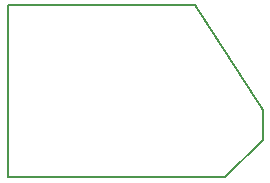
<source format=gm1>
G04 #@! TF.GenerationSoftware,KiCad,Pcbnew,5.0.2+dfsg1-1~bpo9+1*
G04 #@! TF.CreationDate,2020-04-14T03:04:13-04:00*
G04 #@! TF.ProjectId,accel,61636365-6c2e-46b6-9963-61645f706362,0.10.a*
G04 #@! TF.SameCoordinates,Original*
G04 #@! TF.FileFunction,Profile,NP*
%FSLAX46Y46*%
G04 Gerber Fmt 4.6, Leading zero omitted, Abs format (unit mm)*
G04 Created by KiCad (PCBNEW 5.0.2+dfsg1-1~bpo9+1) date Tue 14 Apr 2020 03:04:13 AM EDT*
%MOMM*%
%LPD*%
G01*
G04 APERTURE LIST*
%ADD10C,0.200000*%
G04 APERTURE END LIST*
D10*
X30480000Y-70485000D02*
X31750000Y-70485000D01*
X30480000Y-55880000D02*
X30480000Y-70485000D01*
X46355000Y-55880000D02*
X30480000Y-55880000D01*
X52070000Y-64770000D02*
X46355000Y-55880000D01*
X52070000Y-67310000D02*
X52070000Y-64770000D01*
X48895000Y-70485000D02*
X52070000Y-67310000D01*
X31750000Y-70485000D02*
X48895000Y-70485000D01*
M02*

</source>
